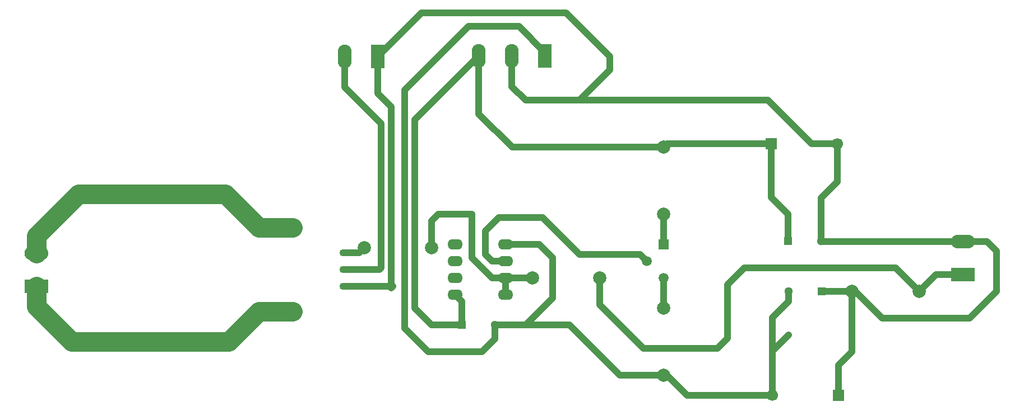
<source format=gbr>
G04 #@! TF.FileFunction,Copper,L2,Bot,Signal*
%FSLAX46Y46*%
G04 Gerber Fmt 4.6, Leading zero omitted, Abs format (unit mm)*
G04 Created by KiCad (PCBNEW 4.0.4-stable) date 2016 December 04, Sunday 22:34:29*
%MOMM*%
%LPD*%
G01*
G04 APERTURE LIST*
%ADD10C,0.100000*%
%ADD11R,1.300000X1.300000*%
%ADD12C,1.300000*%
%ADD13R,1.700000X1.700000*%
%ADD14C,1.700000*%
%ADD15R,2.100000X3.600000*%
%ADD16O,2.100000X3.600000*%
%ADD17R,3.600000X2.100000*%
%ADD18O,3.600000X2.100000*%
%ADD19C,1.998980*%
%ADD20C,1.510000*%
%ADD21R,1.510000X1.510000*%
%ADD22R,0.900000X0.900000*%
%ADD23R,1.200000X1.200000*%
%ADD24O,2.300000X1.600000*%
%ADD25C,1.000000*%
%ADD26C,3.000000*%
G04 APERTURE END LIST*
D10*
D11*
X185928000Y-103632000D03*
D12*
X190928000Y-103632000D03*
D11*
X191008000Y-111252000D03*
D12*
X186008000Y-111252000D03*
D13*
X183388000Y-88900000D03*
D14*
X193388000Y-88900000D03*
D13*
X193548000Y-127000000D03*
D14*
X183548000Y-127000000D03*
D11*
X136652000Y-116332000D03*
D12*
X141652000Y-116332000D03*
D15*
X149225000Y-75565000D03*
D16*
X144225000Y-75565000D03*
X139225000Y-75565000D03*
D17*
X72390000Y-110490000D03*
D18*
X72390000Y-105490000D03*
D15*
X123952000Y-75692000D03*
D16*
X118952000Y-75692000D03*
D17*
X212344000Y-108712000D03*
D18*
X212344000Y-103712000D03*
D19*
X132080000Y-104648000D03*
X121920000Y-104648000D03*
X167132000Y-89408000D03*
X167132000Y-99568000D03*
X167132000Y-113792000D03*
X167132000Y-123952000D03*
X157480000Y-109220000D03*
X147320000Y-109220000D03*
X195580000Y-111252000D03*
X205740000Y-111252000D03*
D20*
X167132000Y-109220000D03*
D21*
X167132000Y-104140000D03*
D20*
X164592000Y-106680000D03*
D22*
X118745000Y-110490000D03*
X118745000Y-105410000D03*
X118745000Y-107950000D03*
D23*
X106045000Y-114300000D03*
X108585000Y-114300000D03*
X111125000Y-114300000D03*
X106045000Y-101600000D03*
X108585000Y-101600000D03*
X111125000Y-101600000D03*
D24*
X143256000Y-111760000D03*
X143256000Y-109220000D03*
X143256000Y-106680000D03*
X143256000Y-104140000D03*
X135636000Y-104140000D03*
X135636000Y-106680000D03*
X135636000Y-109220000D03*
X135636000Y-111760000D03*
D25*
X123952000Y-75692000D02*
X130556000Y-69088000D01*
X154432000Y-82296000D02*
X146304000Y-82296000D01*
X159004000Y-77724000D02*
X154432000Y-82296000D01*
X159004000Y-75692000D02*
X159004000Y-77724000D01*
X152400000Y-69088000D02*
X159004000Y-75692000D01*
X130556000Y-69088000D02*
X152400000Y-69088000D01*
X193388000Y-88900000D02*
X189484000Y-88900000D01*
X189484000Y-88900000D02*
X182880000Y-82296000D01*
X182880000Y-82296000D02*
X146304000Y-82296000D01*
X144225000Y-80217000D02*
X144225000Y-75565000D01*
X146304000Y-82296000D02*
X144225000Y-80217000D01*
X125984000Y-110744000D02*
X125984000Y-83312000D01*
X126238000Y-110490000D02*
X125984000Y-110744000D01*
X118745000Y-110490000D02*
X126238000Y-110490000D01*
X123952000Y-81280000D02*
X123952000Y-75692000D01*
X125984000Y-83312000D02*
X123952000Y-81280000D01*
X195580000Y-111252000D02*
X196088000Y-111252000D01*
X196088000Y-111252000D02*
X200152000Y-115316000D01*
X215980000Y-103712000D02*
X212344000Y-103712000D01*
X217424000Y-105156000D02*
X215980000Y-103712000D01*
X217424000Y-111252000D02*
X217424000Y-105156000D01*
X213360000Y-115316000D02*
X217424000Y-111252000D01*
X200152000Y-115316000D02*
X213360000Y-115316000D01*
X190928000Y-103632000D02*
X190928000Y-97108000D01*
X193388000Y-94648000D02*
X193388000Y-88900000D01*
X190928000Y-97108000D02*
X193388000Y-94648000D01*
X193548000Y-127000000D02*
X193548000Y-122428000D01*
X195580000Y-120396000D02*
X195580000Y-111252000D01*
X193548000Y-122428000D02*
X195580000Y-120396000D01*
X195580000Y-111252000D02*
X191008000Y-111252000D01*
X191008000Y-103712000D02*
X190928000Y-103632000D01*
X212344000Y-103712000D02*
X191008000Y-103712000D01*
X191008000Y-103712000D02*
X190928000Y-103632000D01*
X144225000Y-75565000D02*
X144225000Y-76247000D01*
X183388000Y-88900000D02*
X167640000Y-88900000D01*
X167640000Y-88900000D02*
X167132000Y-89408000D01*
X167132000Y-89408000D02*
X144272000Y-89408000D01*
X139225000Y-84361000D02*
X139225000Y-75565000D01*
X144272000Y-89408000D02*
X139225000Y-84361000D01*
X136652000Y-116332000D02*
X132080000Y-116332000D01*
X129540000Y-85250000D02*
X139225000Y-75565000D01*
X129540000Y-113792000D02*
X129540000Y-85250000D01*
X132080000Y-116332000D02*
X129540000Y-113792000D01*
X136652000Y-116332000D02*
X136652000Y-112776000D01*
X136652000Y-112776000D02*
X135636000Y-111760000D01*
X185928000Y-103632000D02*
X185928000Y-99568000D01*
X183388000Y-97028000D02*
X183388000Y-88900000D01*
X185928000Y-99568000D02*
X183388000Y-97028000D01*
X143256000Y-104140000D02*
X148336000Y-104140000D01*
X146304000Y-116332000D02*
X141652000Y-116332000D01*
X150368000Y-112268000D02*
X146304000Y-116332000D01*
X150368000Y-106172000D02*
X150368000Y-112268000D01*
X148336000Y-104140000D02*
X150368000Y-106172000D01*
X149225000Y-75565000D02*
X149225000Y-75057000D01*
X149225000Y-75057000D02*
X145288000Y-71120000D01*
X145288000Y-71120000D02*
X137668000Y-71120000D01*
X137668000Y-71120000D02*
X128016000Y-80772000D01*
X128016000Y-80772000D02*
X128016000Y-116840000D01*
X128016000Y-116840000D02*
X131572000Y-120396000D01*
X131572000Y-120396000D02*
X139700000Y-120396000D01*
X139700000Y-120396000D02*
X141652000Y-118444000D01*
X141652000Y-118444000D02*
X141652000Y-116332000D01*
X167132000Y-123952000D02*
X160528000Y-123952000D01*
X152908000Y-116332000D02*
X141652000Y-116332000D01*
X160528000Y-123952000D02*
X152908000Y-116332000D01*
X183548000Y-127000000D02*
X170688000Y-127000000D01*
X170688000Y-127000000D02*
X167640000Y-123952000D01*
X167640000Y-123952000D02*
X167132000Y-123952000D01*
X186008000Y-111252000D02*
X186008000Y-112696000D01*
X183548000Y-115156000D02*
X183548000Y-127000000D01*
X186008000Y-112696000D02*
X183548000Y-115156000D01*
X183548000Y-127000000D02*
X183548000Y-120236000D01*
X183548000Y-120236000D02*
X186008000Y-117776000D01*
D26*
X108585000Y-114300000D02*
X106045000Y-114300000D01*
X111125000Y-114300000D02*
X108585000Y-114300000D01*
X72390000Y-110490000D02*
X72390000Y-113538000D01*
X72390000Y-113538000D02*
X77724000Y-118872000D01*
X77724000Y-118872000D02*
X101473000Y-118872000D01*
X101473000Y-118872000D02*
X106045000Y-114300000D01*
X108585000Y-101600000D02*
X111125000Y-101600000D01*
X106045000Y-101600000D02*
X108585000Y-101600000D01*
X72390000Y-105490000D02*
X72390000Y-102870000D01*
X100965000Y-96520000D02*
X106045000Y-101600000D01*
X78740000Y-96520000D02*
X100965000Y-96520000D01*
X72390000Y-102870000D02*
X78740000Y-96520000D01*
D25*
X118745000Y-107950000D02*
X124206000Y-107950000D01*
X118952000Y-80344000D02*
X118952000Y-75692000D01*
X124460000Y-85852000D02*
X118952000Y-80344000D01*
X124460000Y-107696000D02*
X124460000Y-85852000D01*
X124206000Y-107950000D02*
X124460000Y-107696000D01*
X205740000Y-111252000D02*
X202184000Y-107696000D01*
X157480000Y-113284000D02*
X157480000Y-109220000D01*
X164084000Y-119888000D02*
X157480000Y-113284000D01*
X175260000Y-119888000D02*
X164084000Y-119888000D01*
X176784000Y-118364000D02*
X175260000Y-119888000D01*
X176784000Y-110236000D02*
X176784000Y-118364000D01*
X179324000Y-107696000D02*
X176784000Y-110236000D01*
X202184000Y-107696000D02*
X179324000Y-107696000D01*
X212344000Y-108712000D02*
X208280000Y-108712000D01*
X208280000Y-108712000D02*
X205740000Y-111252000D01*
X143256000Y-109220000D02*
X147320000Y-109220000D01*
X143256000Y-109220000D02*
X143256000Y-111760000D01*
X132080000Y-104648000D02*
X132080000Y-100584000D01*
X141224000Y-109220000D02*
X143256000Y-109220000D01*
X138176000Y-106172000D02*
X141224000Y-109220000D01*
X138176000Y-99568000D02*
X138176000Y-106172000D01*
X138176000Y-99568000D02*
X138176000Y-99568000D01*
X133096000Y-99568000D02*
X138176000Y-99568000D01*
X132080000Y-100584000D02*
X133096000Y-99568000D01*
X118745000Y-105410000D02*
X121158000Y-105410000D01*
X121158000Y-105410000D02*
X121920000Y-104648000D01*
X167132000Y-104140000D02*
X167132000Y-99568000D01*
X167132000Y-109220000D02*
X167132000Y-113792000D01*
X143256000Y-106680000D02*
X141224000Y-106680000D01*
X163576000Y-105664000D02*
X164592000Y-106680000D01*
X154432000Y-105664000D02*
X163576000Y-105664000D01*
X148844000Y-100076000D02*
X154432000Y-105664000D01*
X142240000Y-100076000D02*
X148844000Y-100076000D01*
X140208000Y-102108000D02*
X142240000Y-100076000D01*
X140208000Y-105664000D02*
X140208000Y-102108000D01*
X141224000Y-106680000D02*
X140208000Y-105664000D01*
M02*

</source>
